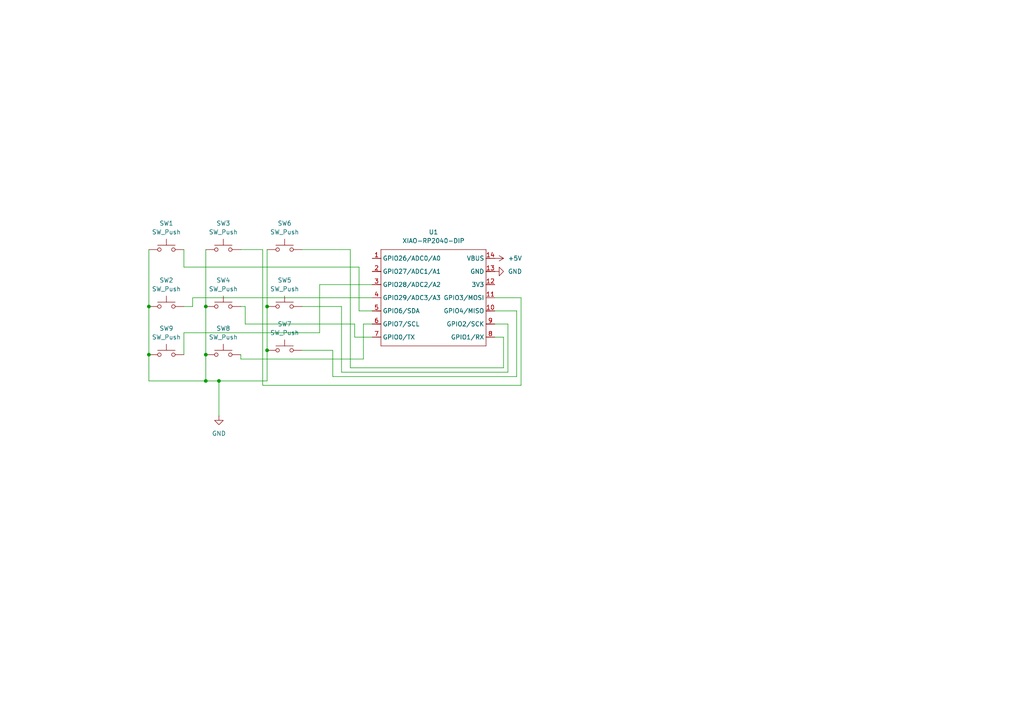
<source format=kicad_sch>
(kicad_sch
	(version 20250114)
	(generator "eeschema")
	(generator_version "9.0")
	(uuid "4659fca5-25ac-47d7-8061-266ddf0faf05")
	(paper "A4")
	(lib_symbols
		(symbol "Seeed_Studio_XIAO_Series:XIAO-RP2040-DIP"
			(exclude_from_sim no)
			(in_bom yes)
			(on_board yes)
			(property "Reference" "U"
				(at 0 0 0)
				(effects
					(font
						(size 1.27 1.27)
					)
				)
			)
			(property "Value" "XIAO-RP2040-DIP"
				(at 5.334 -1.778 0)
				(effects
					(font
						(size 1.27 1.27)
					)
				)
			)
			(property "Footprint" "Module:MOUDLE14P-XIAO-DIP-SMD"
				(at 14.478 -32.258 0)
				(effects
					(font
						(size 1.27 1.27)
					)
					(hide yes)
				)
			)
			(property "Datasheet" ""
				(at 0 0 0)
				(effects
					(font
						(size 1.27 1.27)
					)
					(hide yes)
				)
			)
			(property "Description" ""
				(at 0 0 0)
				(effects
					(font
						(size 1.27 1.27)
					)
					(hide yes)
				)
			)
			(symbol "XIAO-RP2040-DIP_1_0"
				(polyline
					(pts
						(xy -1.27 -2.54) (xy 29.21 -2.54)
					)
					(stroke
						(width 0.1524)
						(type solid)
					)
					(fill
						(type none)
					)
				)
				(polyline
					(pts
						(xy -1.27 -5.08) (xy -2.54 -5.08)
					)
					(stroke
						(width 0.1524)
						(type solid)
					)
					(fill
						(type none)
					)
				)
				(polyline
					(pts
						(xy -1.27 -5.08) (xy -1.27 -2.54)
					)
					(stroke
						(width 0.1524)
						(type solid)
					)
					(fill
						(type none)
					)
				)
				(polyline
					(pts
						(xy -1.27 -8.89) (xy -2.54 -8.89)
					)
					(stroke
						(width 0.1524)
						(type solid)
					)
					(fill
						(type none)
					)
				)
				(polyline
					(pts
						(xy -1.27 -8.89) (xy -1.27 -5.08)
					)
					(stroke
						(width 0.1524)
						(type solid)
					)
					(fill
						(type none)
					)
				)
				(polyline
					(pts
						(xy -1.27 -12.7) (xy -2.54 -12.7)
					)
					(stroke
						(width 0.1524)
						(type solid)
					)
					(fill
						(type none)
					)
				)
				(polyline
					(pts
						(xy -1.27 -12.7) (xy -1.27 -8.89)
					)
					(stroke
						(width 0.1524)
						(type solid)
					)
					(fill
						(type none)
					)
				)
				(polyline
					(pts
						(xy -1.27 -16.51) (xy -2.54 -16.51)
					)
					(stroke
						(width 0.1524)
						(type solid)
					)
					(fill
						(type none)
					)
				)
				(polyline
					(pts
						(xy -1.27 -16.51) (xy -1.27 -12.7)
					)
					(stroke
						(width 0.1524)
						(type solid)
					)
					(fill
						(type none)
					)
				)
				(polyline
					(pts
						(xy -1.27 -20.32) (xy -2.54 -20.32)
					)
					(stroke
						(width 0.1524)
						(type solid)
					)
					(fill
						(type none)
					)
				)
				(polyline
					(pts
						(xy -1.27 -24.13) (xy -2.54 -24.13)
					)
					(stroke
						(width 0.1524)
						(type solid)
					)
					(fill
						(type none)
					)
				)
				(polyline
					(pts
						(xy -1.27 -27.94) (xy -2.54 -27.94)
					)
					(stroke
						(width 0.1524)
						(type solid)
					)
					(fill
						(type none)
					)
				)
				(polyline
					(pts
						(xy -1.27 -30.48) (xy -1.27 -16.51)
					)
					(stroke
						(width 0.1524)
						(type solid)
					)
					(fill
						(type none)
					)
				)
				(polyline
					(pts
						(xy 29.21 -2.54) (xy 29.21 -5.08)
					)
					(stroke
						(width 0.1524)
						(type solid)
					)
					(fill
						(type none)
					)
				)
				(polyline
					(pts
						(xy 29.21 -5.08) (xy 29.21 -8.89)
					)
					(stroke
						(width 0.1524)
						(type solid)
					)
					(fill
						(type none)
					)
				)
				(polyline
					(pts
						(xy 29.21 -8.89) (xy 29.21 -12.7)
					)
					(stroke
						(width 0.1524)
						(type solid)
					)
					(fill
						(type none)
					)
				)
				(polyline
					(pts
						(xy 29.21 -12.7) (xy 29.21 -30.48)
					)
					(stroke
						(width 0.1524)
						(type solid)
					)
					(fill
						(type none)
					)
				)
				(polyline
					(pts
						(xy 29.21 -30.48) (xy -1.27 -30.48)
					)
					(stroke
						(width 0.1524)
						(type solid)
					)
					(fill
						(type none)
					)
				)
				(polyline
					(pts
						(xy 30.48 -5.08) (xy 29.21 -5.08)
					)
					(stroke
						(width 0.1524)
						(type solid)
					)
					(fill
						(type none)
					)
				)
				(polyline
					(pts
						(xy 30.48 -8.89) (xy 29.21 -8.89)
					)
					(stroke
						(width 0.1524)
						(type solid)
					)
					(fill
						(type none)
					)
				)
				(polyline
					(pts
						(xy 30.48 -12.7) (xy 29.21 -12.7)
					)
					(stroke
						(width 0.1524)
						(type solid)
					)
					(fill
						(type none)
					)
				)
				(polyline
					(pts
						(xy 30.48 -16.51) (xy 29.21 -16.51)
					)
					(stroke
						(width 0.1524)
						(type solid)
					)
					(fill
						(type none)
					)
				)
				(polyline
					(pts
						(xy 30.48 -20.32) (xy 29.21 -20.32)
					)
					(stroke
						(width 0.1524)
						(type solid)
					)
					(fill
						(type none)
					)
				)
				(polyline
					(pts
						(xy 30.48 -24.13) (xy 29.21 -24.13)
					)
					(stroke
						(width 0.1524)
						(type solid)
					)
					(fill
						(type none)
					)
				)
				(polyline
					(pts
						(xy 30.48 -27.94) (xy 29.21 -27.94)
					)
					(stroke
						(width 0.1524)
						(type solid)
					)
					(fill
						(type none)
					)
				)
				(pin passive line
					(at -3.81 -5.08 0)
					(length 2.54)
					(name "GPIO26/ADC0/A0"
						(effects
							(font
								(size 1.27 1.27)
							)
						)
					)
					(number "1"
						(effects
							(font
								(size 1.27 1.27)
							)
						)
					)
				)
				(pin passive line
					(at -3.81 -8.89 0)
					(length 2.54)
					(name "GPIO27/ADC1/A1"
						(effects
							(font
								(size 1.27 1.27)
							)
						)
					)
					(number "2"
						(effects
							(font
								(size 1.27 1.27)
							)
						)
					)
				)
				(pin passive line
					(at -3.81 -12.7 0)
					(length 2.54)
					(name "GPIO28/ADC2/A2"
						(effects
							(font
								(size 1.27 1.27)
							)
						)
					)
					(number "3"
						(effects
							(font
								(size 1.27 1.27)
							)
						)
					)
				)
				(pin passive line
					(at -3.81 -16.51 0)
					(length 2.54)
					(name "GPIO29/ADC3/A3"
						(effects
							(font
								(size 1.27 1.27)
							)
						)
					)
					(number "4"
						(effects
							(font
								(size 1.27 1.27)
							)
						)
					)
				)
				(pin passive line
					(at -3.81 -20.32 0)
					(length 2.54)
					(name "GPIO6/SDA"
						(effects
							(font
								(size 1.27 1.27)
							)
						)
					)
					(number "5"
						(effects
							(font
								(size 1.27 1.27)
							)
						)
					)
				)
				(pin passive line
					(at -3.81 -24.13 0)
					(length 2.54)
					(name "GPIO7/SCL"
						(effects
							(font
								(size 1.27 1.27)
							)
						)
					)
					(number "6"
						(effects
							(font
								(size 1.27 1.27)
							)
						)
					)
				)
				(pin passive line
					(at -3.81 -27.94 0)
					(length 2.54)
					(name "GPIO0/TX"
						(effects
							(font
								(size 1.27 1.27)
							)
						)
					)
					(number "7"
						(effects
							(font
								(size 1.27 1.27)
							)
						)
					)
				)
				(pin passive line
					(at 31.75 -5.08 180)
					(length 2.54)
					(name "VBUS"
						(effects
							(font
								(size 1.27 1.27)
							)
						)
					)
					(number "14"
						(effects
							(font
								(size 1.27 1.27)
							)
						)
					)
				)
				(pin passive line
					(at 31.75 -8.89 180)
					(length 2.54)
					(name "GND"
						(effects
							(font
								(size 1.27 1.27)
							)
						)
					)
					(number "13"
						(effects
							(font
								(size 1.27 1.27)
							)
						)
					)
				)
				(pin passive line
					(at 31.75 -12.7 180)
					(length 2.54)
					(name "3V3"
						(effects
							(font
								(size 1.27 1.27)
							)
						)
					)
					(number "12"
						(effects
							(font
								(size 1.27 1.27)
							)
						)
					)
				)
				(pin passive line
					(at 31.75 -16.51 180)
					(length 2.54)
					(name "GPIO3/MOSI"
						(effects
							(font
								(size 1.27 1.27)
							)
						)
					)
					(number "11"
						(effects
							(font
								(size 1.27 1.27)
							)
						)
					)
				)
				(pin passive line
					(at 31.75 -20.32 180)
					(length 2.54)
					(name "GPIO4/MISO"
						(effects
							(font
								(size 1.27 1.27)
							)
						)
					)
					(number "10"
						(effects
							(font
								(size 1.27 1.27)
							)
						)
					)
				)
				(pin passive line
					(at 31.75 -24.13 180)
					(length 2.54)
					(name "GPIO2/SCK"
						(effects
							(font
								(size 1.27 1.27)
							)
						)
					)
					(number "9"
						(effects
							(font
								(size 1.27 1.27)
							)
						)
					)
				)
				(pin passive line
					(at 31.75 -27.94 180)
					(length 2.54)
					(name "GPIO1/RX"
						(effects
							(font
								(size 1.27 1.27)
							)
						)
					)
					(number "8"
						(effects
							(font
								(size 1.27 1.27)
							)
						)
					)
				)
			)
			(embedded_fonts no)
		)
		(symbol "Switch:SW_Push"
			(pin_numbers
				(hide yes)
			)
			(pin_names
				(offset 1.016)
				(hide yes)
			)
			(exclude_from_sim no)
			(in_bom yes)
			(on_board yes)
			(property "Reference" "SW"
				(at 1.27 2.54 0)
				(effects
					(font
						(size 1.27 1.27)
					)
					(justify left)
				)
			)
			(property "Value" "SW_Push"
				(at 0 -1.524 0)
				(effects
					(font
						(size 1.27 1.27)
					)
				)
			)
			(property "Footprint" ""
				(at 0 5.08 0)
				(effects
					(font
						(size 1.27 1.27)
					)
					(hide yes)
				)
			)
			(property "Datasheet" "~"
				(at 0 5.08 0)
				(effects
					(font
						(size 1.27 1.27)
					)
					(hide yes)
				)
			)
			(property "Description" "Push button switch, generic, two pins"
				(at 0 0 0)
				(effects
					(font
						(size 1.27 1.27)
					)
					(hide yes)
				)
			)
			(property "ki_keywords" "switch normally-open pushbutton push-button"
				(at 0 0 0)
				(effects
					(font
						(size 1.27 1.27)
					)
					(hide yes)
				)
			)
			(symbol "SW_Push_0_1"
				(circle
					(center -2.032 0)
					(radius 0.508)
					(stroke
						(width 0)
						(type default)
					)
					(fill
						(type none)
					)
				)
				(polyline
					(pts
						(xy 0 1.27) (xy 0 3.048)
					)
					(stroke
						(width 0)
						(type default)
					)
					(fill
						(type none)
					)
				)
				(circle
					(center 2.032 0)
					(radius 0.508)
					(stroke
						(width 0)
						(type default)
					)
					(fill
						(type none)
					)
				)
				(polyline
					(pts
						(xy 2.54 1.27) (xy -2.54 1.27)
					)
					(stroke
						(width 0)
						(type default)
					)
					(fill
						(type none)
					)
				)
				(pin passive line
					(at -5.08 0 0)
					(length 2.54)
					(name "1"
						(effects
							(font
								(size 1.27 1.27)
							)
						)
					)
					(number "1"
						(effects
							(font
								(size 1.27 1.27)
							)
						)
					)
				)
				(pin passive line
					(at 5.08 0 180)
					(length 2.54)
					(name "2"
						(effects
							(font
								(size 1.27 1.27)
							)
						)
					)
					(number "2"
						(effects
							(font
								(size 1.27 1.27)
							)
						)
					)
				)
			)
			(embedded_fonts no)
		)
		(symbol "power:+5V"
			(power)
			(pin_numbers
				(hide yes)
			)
			(pin_names
				(offset 0)
				(hide yes)
			)
			(exclude_from_sim no)
			(in_bom yes)
			(on_board yes)
			(property "Reference" "#PWR"
				(at 0 -3.81 0)
				(effects
					(font
						(size 1.27 1.27)
					)
					(hide yes)
				)
			)
			(property "Value" "+5V"
				(at 0 3.556 0)
				(effects
					(font
						(size 1.27 1.27)
					)
				)
			)
			(property "Footprint" ""
				(at 0 0 0)
				(effects
					(font
						(size 1.27 1.27)
					)
					(hide yes)
				)
			)
			(property "Datasheet" ""
				(at 0 0 0)
				(effects
					(font
						(size 1.27 1.27)
					)
					(hide yes)
				)
			)
			(property "Description" "Power symbol creates a global label with name \"+5V\""
				(at 0 0 0)
				(effects
					(font
						(size 1.27 1.27)
					)
					(hide yes)
				)
			)
			(property "ki_keywords" "global power"
				(at 0 0 0)
				(effects
					(font
						(size 1.27 1.27)
					)
					(hide yes)
				)
			)
			(symbol "+5V_0_1"
				(polyline
					(pts
						(xy -0.762 1.27) (xy 0 2.54)
					)
					(stroke
						(width 0)
						(type default)
					)
					(fill
						(type none)
					)
				)
				(polyline
					(pts
						(xy 0 2.54) (xy 0.762 1.27)
					)
					(stroke
						(width 0)
						(type default)
					)
					(fill
						(type none)
					)
				)
				(polyline
					(pts
						(xy 0 0) (xy 0 2.54)
					)
					(stroke
						(width 0)
						(type default)
					)
					(fill
						(type none)
					)
				)
			)
			(symbol "+5V_1_1"
				(pin power_in line
					(at 0 0 90)
					(length 0)
					(name "~"
						(effects
							(font
								(size 1.27 1.27)
							)
						)
					)
					(number "1"
						(effects
							(font
								(size 1.27 1.27)
							)
						)
					)
				)
			)
			(embedded_fonts no)
		)
		(symbol "power:GND"
			(power)
			(pin_numbers
				(hide yes)
			)
			(pin_names
				(offset 0)
				(hide yes)
			)
			(exclude_from_sim no)
			(in_bom yes)
			(on_board yes)
			(property "Reference" "#PWR"
				(at 0 -6.35 0)
				(effects
					(font
						(size 1.27 1.27)
					)
					(hide yes)
				)
			)
			(property "Value" "GND"
				(at 0 -3.81 0)
				(effects
					(font
						(size 1.27 1.27)
					)
				)
			)
			(property "Footprint" ""
				(at 0 0 0)
				(effects
					(font
						(size 1.27 1.27)
					)
					(hide yes)
				)
			)
			(property "Datasheet" ""
				(at 0 0 0)
				(effects
					(font
						(size 1.27 1.27)
					)
					(hide yes)
				)
			)
			(property "Description" "Power symbol creates a global label with name \"GND\" , ground"
				(at 0 0 0)
				(effects
					(font
						(size 1.27 1.27)
					)
					(hide yes)
				)
			)
			(property "ki_keywords" "global power"
				(at 0 0 0)
				(effects
					(font
						(size 1.27 1.27)
					)
					(hide yes)
				)
			)
			(symbol "GND_0_1"
				(polyline
					(pts
						(xy 0 0) (xy 0 -1.27) (xy 1.27 -1.27) (xy 0 -2.54) (xy -1.27 -1.27) (xy 0 -1.27)
					)
					(stroke
						(width 0)
						(type default)
					)
					(fill
						(type none)
					)
				)
			)
			(symbol "GND_1_1"
				(pin power_in line
					(at 0 0 270)
					(length 0)
					(name "~"
						(effects
							(font
								(size 1.27 1.27)
							)
						)
					)
					(number "1"
						(effects
							(font
								(size 1.27 1.27)
							)
						)
					)
				)
			)
			(embedded_fonts no)
		)
	)
	(junction
		(at 77.47 101.6)
		(diameter 0)
		(color 0 0 0 0)
		(uuid "1640d268-2e77-48f1-9618-5f3ee20a62f7")
	)
	(junction
		(at 63.5 110.49)
		(diameter 0)
		(color 0 0 0 0)
		(uuid "2b14e2a8-50ce-4f14-8161-9e83d18778f6")
	)
	(junction
		(at 59.69 110.49)
		(diameter 0)
		(color 0 0 0 0)
		(uuid "7557320f-7e7e-4e23-b60f-0d1bbef45203")
	)
	(junction
		(at 77.47 88.9)
		(diameter 0)
		(color 0 0 0 0)
		(uuid "7f879147-659e-4956-8831-ca3b5d46b31c")
	)
	(junction
		(at 59.69 88.9)
		(diameter 0)
		(color 0 0 0 0)
		(uuid "a5d6a4b8-38a8-49e2-baa4-a83695bfb8ff")
	)
	(junction
		(at 59.69 102.87)
		(diameter 0)
		(color 0 0 0 0)
		(uuid "b526b61e-1354-44b5-8ae8-e76fc8f89a24")
	)
	(junction
		(at 43.18 88.9)
		(diameter 0)
		(color 0 0 0 0)
		(uuid "ce408f76-dc45-4cb6-a22c-4ec4a843264d")
	)
	(junction
		(at 43.18 102.87)
		(diameter 0)
		(color 0 0 0 0)
		(uuid "f0a12880-5428-4439-b237-b4e5d7df0a17")
	)
	(wire
		(pts
			(xy 146.05 106.68) (xy 146.05 97.79)
		)
		(stroke
			(width 0)
			(type default)
		)
		(uuid "015b4718-f74d-4ca0-b066-2e36d9b766db")
	)
	(wire
		(pts
			(xy 102.87 93.98) (xy 102.87 97.79)
		)
		(stroke
			(width 0)
			(type default)
		)
		(uuid "0672f4b0-5c1b-43c3-862b-17d9b58580cf")
	)
	(wire
		(pts
			(xy 92.71 96.52) (xy 92.71 82.55)
		)
		(stroke
			(width 0)
			(type default)
		)
		(uuid "0804f929-37be-4166-ad0e-7c846564e942")
	)
	(wire
		(pts
			(xy 87.63 72.39) (xy 101.6 72.39)
		)
		(stroke
			(width 0)
			(type default)
		)
		(uuid "14ff517e-27ab-472a-b64f-397b85887697")
	)
	(wire
		(pts
			(xy 63.5 110.49) (xy 77.47 110.49)
		)
		(stroke
			(width 0)
			(type default)
		)
		(uuid "17c611cd-bbca-4b61-b149-ef5eef01fca2")
	)
	(wire
		(pts
			(xy 104.14 77.47) (xy 104.14 90.17)
		)
		(stroke
			(width 0)
			(type default)
		)
		(uuid "1d5baa22-eac5-4d21-a796-4f34a70c728b")
	)
	(wire
		(pts
			(xy 76.2 111.76) (xy 151.13 111.76)
		)
		(stroke
			(width 0)
			(type default)
		)
		(uuid "1dddf9bb-cb69-4088-b609-1ff220ff1c3b")
	)
	(wire
		(pts
			(xy 102.87 97.79) (xy 107.95 97.79)
		)
		(stroke
			(width 0)
			(type default)
		)
		(uuid "20fbbe2f-d1c9-4f05-bc22-e986538ca5ec")
	)
	(wire
		(pts
			(xy 43.18 110.49) (xy 43.18 102.87)
		)
		(stroke
			(width 0)
			(type default)
		)
		(uuid "2203885f-d79f-4c9a-bbbc-75f524576a99")
	)
	(wire
		(pts
			(xy 53.34 77.47) (xy 104.14 77.47)
		)
		(stroke
			(width 0)
			(type default)
		)
		(uuid "23693e2a-0e2e-4e7f-ad09-91ab3bf97e2d")
	)
	(wire
		(pts
			(xy 59.69 102.87) (xy 59.69 110.49)
		)
		(stroke
			(width 0)
			(type default)
		)
		(uuid "245e0ad4-e908-4a8b-83ef-5a135f33504f")
	)
	(wire
		(pts
			(xy 53.34 88.9) (xy 55.88 88.9)
		)
		(stroke
			(width 0)
			(type default)
		)
		(uuid "2e026034-7535-4659-a9ca-306ef8a05ad5")
	)
	(wire
		(pts
			(xy 69.85 88.9) (xy 71.12 88.9)
		)
		(stroke
			(width 0)
			(type default)
		)
		(uuid "2e0dac1d-4627-4e5f-bed4-84576df1c843")
	)
	(wire
		(pts
			(xy 43.18 88.9) (xy 43.18 72.39)
		)
		(stroke
			(width 0)
			(type default)
		)
		(uuid "35205769-aac2-4607-a7d1-df448347a096")
	)
	(wire
		(pts
			(xy 69.85 104.14) (xy 105.41 104.14)
		)
		(stroke
			(width 0)
			(type default)
		)
		(uuid "3dcba849-b72c-4477-bbda-f81cdeb1382d")
	)
	(wire
		(pts
			(xy 69.85 102.87) (xy 69.85 104.14)
		)
		(stroke
			(width 0)
			(type default)
		)
		(uuid "43c8b18c-e4d2-4156-a4e2-a4c3c64bec52")
	)
	(wire
		(pts
			(xy 43.18 102.87) (xy 43.18 88.9)
		)
		(stroke
			(width 0)
			(type default)
		)
		(uuid "474341bb-ee62-4560-a7b1-0a7465c069c5")
	)
	(wire
		(pts
			(xy 92.71 82.55) (xy 107.95 82.55)
		)
		(stroke
			(width 0)
			(type default)
		)
		(uuid "4797cc70-a54e-4c8f-91af-8552d6478134")
	)
	(wire
		(pts
			(xy 99.06 107.95) (xy 147.32 107.95)
		)
		(stroke
			(width 0)
			(type default)
		)
		(uuid "4b73995a-73be-42b8-bc8e-495fce297ba5")
	)
	(wire
		(pts
			(xy 55.88 86.36) (xy 107.95 86.36)
		)
		(stroke
			(width 0)
			(type default)
		)
		(uuid "547f83fc-993f-4251-97fb-bf2a1d80c81c")
	)
	(wire
		(pts
			(xy 59.69 88.9) (xy 59.69 102.87)
		)
		(stroke
			(width 0)
			(type default)
		)
		(uuid "566a8a77-a3af-4fb2-9c3b-f60d35f4fc7e")
	)
	(wire
		(pts
			(xy 146.05 97.79) (xy 143.51 97.79)
		)
		(stroke
			(width 0)
			(type default)
		)
		(uuid "58f51565-f52c-4990-a700-2c64ca306c08")
	)
	(wire
		(pts
			(xy 53.34 96.52) (xy 92.71 96.52)
		)
		(stroke
			(width 0)
			(type default)
		)
		(uuid "5cae206a-2d93-465c-842e-7ed554237456")
	)
	(wire
		(pts
			(xy 104.14 90.17) (xy 107.95 90.17)
		)
		(stroke
			(width 0)
			(type default)
		)
		(uuid "5ee18f16-630b-4cde-be6a-b8f21367ecca")
	)
	(wire
		(pts
			(xy 59.69 110.49) (xy 43.18 110.49)
		)
		(stroke
			(width 0)
			(type default)
		)
		(uuid "5f8ebdcb-b5d3-4032-8330-93e199953734")
	)
	(wire
		(pts
			(xy 151.13 86.36) (xy 143.51 86.36)
		)
		(stroke
			(width 0)
			(type default)
		)
		(uuid "5fdf50f7-f3f2-4c84-be96-cb8431d82687")
	)
	(wire
		(pts
			(xy 151.13 111.76) (xy 151.13 86.36)
		)
		(stroke
			(width 0)
			(type default)
		)
		(uuid "66835abe-c70f-401f-86b9-990ead4b27cf")
	)
	(wire
		(pts
			(xy 76.2 72.39) (xy 76.2 111.76)
		)
		(stroke
			(width 0)
			(type default)
		)
		(uuid "6c3424a4-a43e-4a63-bd74-c786f725c92c")
	)
	(wire
		(pts
			(xy 71.12 88.9) (xy 71.12 93.98)
		)
		(stroke
			(width 0)
			(type default)
		)
		(uuid "7409d080-57d2-469f-9526-c82a88fd4b49")
	)
	(wire
		(pts
			(xy 101.6 72.39) (xy 101.6 106.68)
		)
		(stroke
			(width 0)
			(type default)
		)
		(uuid "7cf0efc8-8630-4f9f-80e8-da1a5a068de2")
	)
	(wire
		(pts
			(xy 77.47 110.49) (xy 77.47 101.6)
		)
		(stroke
			(width 0)
			(type default)
		)
		(uuid "8bedc45c-10e7-423b-a11f-b6c87b735a59")
	)
	(wire
		(pts
			(xy 55.88 88.9) (xy 55.88 86.36)
		)
		(stroke
			(width 0)
			(type default)
		)
		(uuid "8d42ebd9-c690-4b00-8192-a047b7e2bdc2")
	)
	(wire
		(pts
			(xy 147.32 93.98) (xy 143.51 93.98)
		)
		(stroke
			(width 0)
			(type default)
		)
		(uuid "9564c89b-c881-4465-84c4-ff8f194efb8b")
	)
	(wire
		(pts
			(xy 87.63 88.9) (xy 99.06 88.9)
		)
		(stroke
			(width 0)
			(type default)
		)
		(uuid "9713ed8d-0c65-4f1b-83d2-37d38796f08c")
	)
	(wire
		(pts
			(xy 77.47 88.9) (xy 77.47 72.39)
		)
		(stroke
			(width 0)
			(type default)
		)
		(uuid "97a3f593-d6a7-4620-b283-ac0658711b23")
	)
	(wire
		(pts
			(xy 69.85 72.39) (xy 76.2 72.39)
		)
		(stroke
			(width 0)
			(type default)
		)
		(uuid "9aa67661-109b-4c9b-94bd-408b9a10bf01")
	)
	(wire
		(pts
			(xy 149.86 90.17) (xy 149.86 109.22)
		)
		(stroke
			(width 0)
			(type default)
		)
		(uuid "aa3af1dd-e8a6-4f00-8c72-9ca6621e3f6b")
	)
	(wire
		(pts
			(xy 105.41 104.14) (xy 105.41 93.98)
		)
		(stroke
			(width 0)
			(type default)
		)
		(uuid "abc68e6d-c988-481d-9c87-81fa296d7e18")
	)
	(wire
		(pts
			(xy 101.6 106.68) (xy 146.05 106.68)
		)
		(stroke
			(width 0)
			(type default)
		)
		(uuid "b2191131-10cb-4a0e-898b-3a66142a15de")
	)
	(wire
		(pts
			(xy 143.51 90.17) (xy 149.86 90.17)
		)
		(stroke
			(width 0)
			(type default)
		)
		(uuid "bc67e52e-dbcb-406e-9f09-0feb52648fae")
	)
	(wire
		(pts
			(xy 71.12 93.98) (xy 102.87 93.98)
		)
		(stroke
			(width 0)
			(type default)
		)
		(uuid "c0780e74-fadb-4965-8170-e59691dd0a67")
	)
	(wire
		(pts
			(xy 99.06 88.9) (xy 99.06 107.95)
		)
		(stroke
			(width 0)
			(type default)
		)
		(uuid "c0fd9769-d7e5-42e6-9001-f98d53620ebd")
	)
	(wire
		(pts
			(xy 63.5 110.49) (xy 59.69 110.49)
		)
		(stroke
			(width 0)
			(type default)
		)
		(uuid "cca44a45-46d3-41c9-840e-2689957eefcc")
	)
	(wire
		(pts
			(xy 96.52 109.22) (xy 96.52 101.6)
		)
		(stroke
			(width 0)
			(type default)
		)
		(uuid "db0c3f7a-d3d8-49f4-ba23-a41876358192")
	)
	(wire
		(pts
			(xy 105.41 93.98) (xy 107.95 93.98)
		)
		(stroke
			(width 0)
			(type default)
		)
		(uuid "e50d1cd7-d25d-4919-85ef-4132d8b65ebf")
	)
	(wire
		(pts
			(xy 149.86 109.22) (xy 96.52 109.22)
		)
		(stroke
			(width 0)
			(type default)
		)
		(uuid "e56a0366-e926-4e7d-8b14-c0d11371a3e3")
	)
	(wire
		(pts
			(xy 53.34 102.87) (xy 53.34 96.52)
		)
		(stroke
			(width 0)
			(type default)
		)
		(uuid "e9c80425-b4d8-4b75-a68b-5b756d8da51b")
	)
	(wire
		(pts
			(xy 63.5 120.65) (xy 63.5 110.49)
		)
		(stroke
			(width 0)
			(type default)
		)
		(uuid "e9ccb2a4-db04-46f6-87b8-74dff9bcac1e")
	)
	(wire
		(pts
			(xy 77.47 101.6) (xy 77.47 88.9)
		)
		(stroke
			(width 0)
			(type default)
		)
		(uuid "ee066247-6fe8-4b92-acbd-4f6e985cea7e")
	)
	(wire
		(pts
			(xy 147.32 107.95) (xy 147.32 93.98)
		)
		(stroke
			(width 0)
			(type default)
		)
		(uuid "ee6b809c-785e-44be-9bf5-1897257bbde7")
	)
	(wire
		(pts
			(xy 53.34 72.39) (xy 53.34 77.47)
		)
		(stroke
			(width 0)
			(type default)
		)
		(uuid "eeb4b50d-d4a2-4f76-8da1-0eaf6de156e2")
	)
	(wire
		(pts
			(xy 87.63 101.6) (xy 96.52 101.6)
		)
		(stroke
			(width 0)
			(type default)
		)
		(uuid "f99aef32-a278-411f-bea1-f44bc57a83a3")
	)
	(wire
		(pts
			(xy 59.69 72.39) (xy 59.69 88.9)
		)
		(stroke
			(width 0)
			(type default)
		)
		(uuid "fe962316-f609-40c6-9763-c662547e8992")
	)
	(symbol
		(lib_id "power:+5V")
		(at 143.51 74.93 270)
		(unit 1)
		(exclude_from_sim no)
		(in_bom yes)
		(on_board yes)
		(dnp no)
		(fields_autoplaced yes)
		(uuid "1c0a7499-b4a0-4f8b-a1d9-4a29b9818dae")
		(property "Reference" "#PWR01"
			(at 139.7 74.93 0)
			(effects
				(font
					(size 1.27 1.27)
				)
				(hide yes)
			)
		)
		(property "Value" "+5V"
			(at 147.32 74.9299 90)
			(effects
				(font
					(size 1.27 1.27)
				)
				(justify left)
			)
		)
		(property "Footprint" ""
			(at 143.51 74.93 0)
			(effects
				(font
					(size 1.27 1.27)
				)
				(hide yes)
			)
		)
		(property "Datasheet" ""
			(at 143.51 74.93 0)
			(effects
				(font
					(size 1.27 1.27)
				)
				(hide yes)
			)
		)
		(property "Description" "Power symbol creates a global label with name \"+5V\""
			(at 143.51 74.93 0)
			(effects
				(font
					(size 1.27 1.27)
				)
				(hide yes)
			)
		)
		(pin "1"
			(uuid "3ab5030b-dcda-419e-b3de-751bc9055cab")
		)
		(instances
			(project ""
				(path "/4659fca5-25ac-47d7-8061-266ddf0faf05"
					(reference "#PWR01")
					(unit 1)
				)
			)
		)
	)
	(symbol
		(lib_id "Switch:SW_Push")
		(at 82.55 72.39 0)
		(unit 1)
		(exclude_from_sim no)
		(in_bom yes)
		(on_board yes)
		(dnp no)
		(fields_autoplaced yes)
		(uuid "37e68deb-02b2-40e9-b4d2-404bbd5bcd27")
		(property "Reference" "SW6"
			(at 82.55 64.77 0)
			(effects
				(font
					(size 1.27 1.27)
				)
			)
		)
		(property "Value" "SW_Push"
			(at 82.55 67.31 0)
			(effects
				(font
					(size 1.27 1.27)
				)
			)
		)
		(property "Footprint" "Button_Switch_Keyboard:SW_Cherry_MX_1.00u_PCB"
			(at 82.55 67.31 0)
			(effects
				(font
					(size 1.27 1.27)
				)
				(hide yes)
			)
		)
		(property "Datasheet" "~"
			(at 82.55 67.31 0)
			(effects
				(font
					(size 1.27 1.27)
				)
				(hide yes)
			)
		)
		(property "Description" "Push button switch, generic, two pins"
			(at 82.55 72.39 0)
			(effects
				(font
					(size 1.27 1.27)
				)
				(hide yes)
			)
		)
		(pin "1"
			(uuid "b4acf017-9e9a-4b1f-8245-5c04e3b651aa")
		)
		(pin "2"
			(uuid "815c632f-7099-4d4b-867b-130ac107429f")
		)
		(instances
			(project ""
				(path "/4659fca5-25ac-47d7-8061-266ddf0faf05"
					(reference "SW6")
					(unit 1)
				)
			)
		)
	)
	(symbol
		(lib_id "power:GND")
		(at 63.5 120.65 0)
		(unit 1)
		(exclude_from_sim no)
		(in_bom yes)
		(on_board yes)
		(dnp no)
		(fields_autoplaced yes)
		(uuid "67cfdf5c-512c-42e5-9eff-87b16b591072")
		(property "Reference" "#PWR03"
			(at 63.5 127 0)
			(effects
				(font
					(size 1.27 1.27)
				)
				(hide yes)
			)
		)
		(property "Value" "GND"
			(at 63.5 125.73 0)
			(effects
				(font
					(size 1.27 1.27)
				)
			)
		)
		(property "Footprint" ""
			(at 63.5 120.65 0)
			(effects
				(font
					(size 1.27 1.27)
				)
				(hide yes)
			)
		)
		(property "Datasheet" ""
			(at 63.5 120.65 0)
			(effects
				(font
					(size 1.27 1.27)
				)
				(hide yes)
			)
		)
		(property "Description" "Power symbol creates a global label with name \"GND\" , ground"
			(at 63.5 120.65 0)
			(effects
				(font
					(size 1.27 1.27)
				)
				(hide yes)
			)
		)
		(pin "1"
			(uuid "ff074c46-b01a-4217-aa12-61ca2f8dea20")
		)
		(instances
			(project ""
				(path "/4659fca5-25ac-47d7-8061-266ddf0faf05"
					(reference "#PWR03")
					(unit 1)
				)
			)
		)
	)
	(symbol
		(lib_id "Switch:SW_Push")
		(at 48.26 102.87 0)
		(unit 1)
		(exclude_from_sim no)
		(in_bom yes)
		(on_board yes)
		(dnp no)
		(fields_autoplaced yes)
		(uuid "9cef1013-beef-459a-af47-1af9f69c390d")
		(property "Reference" "SW9"
			(at 48.26 95.25 0)
			(effects
				(font
					(size 1.27 1.27)
				)
			)
		)
		(property "Value" "SW_Push"
			(at 48.26 97.79 0)
			(effects
				(font
					(size 1.27 1.27)
				)
			)
		)
		(property "Footprint" "Button_Switch_Keyboard:SW_Cherry_MX_1.00u_PCB"
			(at 48.26 97.79 0)
			(effects
				(font
					(size 1.27 1.27)
				)
				(hide yes)
			)
		)
		(property "Datasheet" "~"
			(at 48.26 97.79 0)
			(effects
				(font
					(size 1.27 1.27)
				)
				(hide yes)
			)
		)
		(property "Description" "Push button switch, generic, two pins"
			(at 48.26 102.87 0)
			(effects
				(font
					(size 1.27 1.27)
				)
				(hide yes)
			)
		)
		(pin "1"
			(uuid "b4acf017-9e9a-4b1f-8245-5c04e3b651aa")
		)
		(pin "2"
			(uuid "815c632f-7099-4d4b-867b-130ac107429f")
		)
		(instances
			(project ""
				(path "/4659fca5-25ac-47d7-8061-266ddf0faf05"
					(reference "SW9")
					(unit 1)
				)
			)
		)
	)
	(symbol
		(lib_id "Switch:SW_Push")
		(at 48.26 88.9 0)
		(unit 1)
		(exclude_from_sim no)
		(in_bom yes)
		(on_board yes)
		(dnp no)
		(fields_autoplaced yes)
		(uuid "a1c4cdfb-757c-4774-966f-103c44061629")
		(property "Reference" "SW2"
			(at 48.26 81.28 0)
			(effects
				(font
					(size 1.27 1.27)
				)
			)
		)
		(property "Value" "SW_Push"
			(at 48.26 83.82 0)
			(effects
				(font
					(size 1.27 1.27)
				)
			)
		)
		(property "Footprint" "Button_Switch_Keyboard:SW_Cherry_MX_1.00u_PCB"
			(at 48.26 83.82 0)
			(effects
				(font
					(size 1.27 1.27)
				)
				(hide yes)
			)
		)
		(property "Datasheet" "~"
			(at 48.26 83.82 0)
			(effects
				(font
					(size 1.27 1.27)
				)
				(hide yes)
			)
		)
		(property "Description" "Push button switch, generic, two pins"
			(at 48.26 88.9 0)
			(effects
				(font
					(size 1.27 1.27)
				)
				(hide yes)
			)
		)
		(pin "1"
			(uuid "b4acf017-9e9a-4b1f-8245-5c04e3b651aa")
		)
		(pin "2"
			(uuid "815c632f-7099-4d4b-867b-130ac107429f")
		)
		(instances
			(project ""
				(path "/4659fca5-25ac-47d7-8061-266ddf0faf05"
					(reference "SW2")
					(unit 1)
				)
			)
		)
	)
	(symbol
		(lib_id "Switch:SW_Push")
		(at 48.26 72.39 0)
		(unit 1)
		(exclude_from_sim no)
		(in_bom yes)
		(on_board yes)
		(dnp no)
		(fields_autoplaced yes)
		(uuid "b54dcf60-8726-4788-a105-82770d2dd4fc")
		(property "Reference" "SW1"
			(at 48.26 64.77 0)
			(effects
				(font
					(size 1.27 1.27)
				)
			)
		)
		(property "Value" "SW_Push"
			(at 48.26 67.31 0)
			(effects
				(font
					(size 1.27 1.27)
				)
			)
		)
		(property "Footprint" "Button_Switch_Keyboard:SW_Cherry_MX_1.00u_PCB"
			(at 48.26 67.31 0)
			(effects
				(font
					(size 1.27 1.27)
				)
				(hide yes)
			)
		)
		(property "Datasheet" "~"
			(at 48.26 67.31 0)
			(effects
				(font
					(size 1.27 1.27)
				)
				(hide yes)
			)
		)
		(property "Description" "Push button switch, generic, two pins"
			(at 48.26 72.39 0)
			(effects
				(font
					(size 1.27 1.27)
				)
				(hide yes)
			)
		)
		(pin "1"
			(uuid "b4acf017-9e9a-4b1f-8245-5c04e3b651aa")
		)
		(pin "2"
			(uuid "815c632f-7099-4d4b-867b-130ac107429f")
		)
		(instances
			(project ""
				(path "/4659fca5-25ac-47d7-8061-266ddf0faf05"
					(reference "SW1")
					(unit 1)
				)
			)
		)
	)
	(symbol
		(lib_id "Switch:SW_Push")
		(at 64.77 88.9 0)
		(unit 1)
		(exclude_from_sim no)
		(in_bom yes)
		(on_board yes)
		(dnp no)
		(fields_autoplaced yes)
		(uuid "bb96a3bd-ef5b-4345-aca8-35f0a6f9a026")
		(property "Reference" "SW4"
			(at 64.77 81.28 0)
			(effects
				(font
					(size 1.27 1.27)
				)
			)
		)
		(property "Value" "SW_Push"
			(at 64.77 83.82 0)
			(effects
				(font
					(size 1.27 1.27)
				)
			)
		)
		(property "Footprint" "Button_Switch_Keyboard:SW_Cherry_MX_1.00u_PCB"
			(at 64.77 83.82 0)
			(effects
				(font
					(size 1.27 1.27)
				)
				(hide yes)
			)
		)
		(property "Datasheet" "~"
			(at 64.77 83.82 0)
			(effects
				(font
					(size 1.27 1.27)
				)
				(hide yes)
			)
		)
		(property "Description" "Push button switch, generic, two pins"
			(at 64.77 88.9 0)
			(effects
				(font
					(size 1.27 1.27)
				)
				(hide yes)
			)
		)
		(pin "1"
			(uuid "b4acf017-9e9a-4b1f-8245-5c04e3b651aa")
		)
		(pin "2"
			(uuid "815c632f-7099-4d4b-867b-130ac107429f")
		)
		(instances
			(project ""
				(path "/4659fca5-25ac-47d7-8061-266ddf0faf05"
					(reference "SW4")
					(unit 1)
				)
			)
		)
	)
	(symbol
		(lib_id "Switch:SW_Push")
		(at 64.77 72.39 0)
		(unit 1)
		(exclude_from_sim no)
		(in_bom yes)
		(on_board yes)
		(dnp no)
		(fields_autoplaced yes)
		(uuid "c6ae626f-4763-4ef0-8e06-1ae5118c79ba")
		(property "Reference" "SW3"
			(at 64.77 64.77 0)
			(effects
				(font
					(size 1.27 1.27)
				)
			)
		)
		(property "Value" "SW_Push"
			(at 64.77 67.31 0)
			(effects
				(font
					(size 1.27 1.27)
				)
			)
		)
		(property "Footprint" "Button_Switch_Keyboard:SW_Cherry_MX_1.00u_PCB"
			(at 64.77 67.31 0)
			(effects
				(font
					(size 1.27 1.27)
				)
				(hide yes)
			)
		)
		(property "Datasheet" "~"
			(at 64.77 67.31 0)
			(effects
				(font
					(size 1.27 1.27)
				)
				(hide yes)
			)
		)
		(property "Description" "Push button switch, generic, two pins"
			(at 64.77 72.39 0)
			(effects
				(font
					(size 1.27 1.27)
				)
				(hide yes)
			)
		)
		(pin "1"
			(uuid "b4acf017-9e9a-4b1f-8245-5c04e3b651aa")
		)
		(pin "2"
			(uuid "815c632f-7099-4d4b-867b-130ac107429f")
		)
		(instances
			(project ""
				(path "/4659fca5-25ac-47d7-8061-266ddf0faf05"
					(reference "SW3")
					(unit 1)
				)
			)
		)
	)
	(symbol
		(lib_id "Switch:SW_Push")
		(at 82.55 101.6 0)
		(unit 1)
		(exclude_from_sim no)
		(in_bom yes)
		(on_board yes)
		(dnp no)
		(fields_autoplaced yes)
		(uuid "c755849d-06bc-4109-84d5-883edfa89f68")
		(property "Reference" "SW7"
			(at 82.55 93.98 0)
			(effects
				(font
					(size 1.27 1.27)
				)
			)
		)
		(property "Value" "SW_Push"
			(at 82.55 96.52 0)
			(effects
				(font
					(size 1.27 1.27)
				)
			)
		)
		(property "Footprint" "Button_Switch_Keyboard:SW_Cherry_MX_1.00u_PCB"
			(at 82.55 96.52 0)
			(effects
				(font
					(size 1.27 1.27)
				)
				(hide yes)
			)
		)
		(property "Datasheet" "~"
			(at 82.55 96.52 0)
			(effects
				(font
					(size 1.27 1.27)
				)
				(hide yes)
			)
		)
		(property "Description" "Push button switch, generic, two pins"
			(at 82.55 101.6 0)
			(effects
				(font
					(size 1.27 1.27)
				)
				(hide yes)
			)
		)
		(pin "1"
			(uuid "b4acf017-9e9a-4b1f-8245-5c04e3b651aa")
		)
		(pin "2"
			(uuid "815c632f-7099-4d4b-867b-130ac107429f")
		)
		(instances
			(project ""
				(path "/4659fca5-25ac-47d7-8061-266ddf0faf05"
					(reference "SW7")
					(unit 1)
				)
			)
		)
	)
	(symbol
		(lib_id "Switch:SW_Push")
		(at 64.77 102.87 0)
		(unit 1)
		(exclude_from_sim no)
		(in_bom yes)
		(on_board yes)
		(dnp no)
		(fields_autoplaced yes)
		(uuid "d830f612-35a8-477e-9870-cda9ecd31528")
		(property "Reference" "SW8"
			(at 64.77 95.25 0)
			(effects
				(font
					(size 1.27 1.27)
				)
			)
		)
		(property "Value" "SW_Push"
			(at 64.77 97.79 0)
			(effects
				(font
					(size 1.27 1.27)
				)
			)
		)
		(property "Footprint" "Button_Switch_Keyboard:SW_Cherry_MX_1.00u_PCB"
			(at 64.77 97.79 0)
			(effects
				(font
					(size 1.27 1.27)
				)
				(hide yes)
			)
		)
		(property "Datasheet" "~"
			(at 64.77 97.79 0)
			(effects
				(font
					(size 1.27 1.27)
				)
				(hide yes)
			)
		)
		(property "Description" "Push button switch, generic, two pins"
			(at 64.77 102.87 0)
			(effects
				(font
					(size 1.27 1.27)
				)
				(hide yes)
			)
		)
		(pin "1"
			(uuid "b4acf017-9e9a-4b1f-8245-5c04e3b651aa")
		)
		(pin "2"
			(uuid "815c632f-7099-4d4b-867b-130ac107429f")
		)
		(instances
			(project ""
				(path "/4659fca5-25ac-47d7-8061-266ddf0faf05"
					(reference "SW8")
					(unit 1)
				)
			)
		)
	)
	(symbol
		(lib_id "Seeed_Studio_XIAO_Series:XIAO-RP2040-DIP")
		(at 111.76 69.85 0)
		(unit 1)
		(exclude_from_sim no)
		(in_bom yes)
		(on_board yes)
		(dnp no)
		(fields_autoplaced yes)
		(uuid "ef4dfccd-3e8e-4a37-aa13-fdbc6813d0b3")
		(property "Reference" "U1"
			(at 125.73 67.31 0)
			(effects
				(font
					(size 1.27 1.27)
				)
			)
		)
		(property "Value" "XIAO-RP2040-DIP"
			(at 125.73 69.85 0)
			(effects
				(font
					(size 1.27 1.27)
				)
			)
		)
		(property "Footprint" "custom footprints:XIAO-RP2040-DIP"
			(at 126.238 102.108 0)
			(effects
				(font
					(size 1.27 1.27)
				)
				(hide yes)
			)
		)
		(property "Datasheet" ""
			(at 111.76 69.85 0)
			(effects
				(font
					(size 1.27 1.27)
				)
				(hide yes)
			)
		)
		(property "Description" ""
			(at 111.76 69.85 0)
			(effects
				(font
					(size 1.27 1.27)
				)
				(hide yes)
			)
		)
		(pin "10"
			(uuid "786516f8-f473-4301-b481-2657239a42ec")
		)
		(pin "1"
			(uuid "8c78837d-78fe-4a51-aa9e-19b677cdea7b")
		)
		(pin "6"
			(uuid "045097a8-1941-4f9f-b391-859d8347f9e5")
		)
		(pin "4"
			(uuid "ff2a085e-e6d1-45b6-bed9-4b0b824069d5")
		)
		(pin "12"
			(uuid "1b75a0f9-055b-4a0e-94e2-59a15cc9900d")
		)
		(pin "11"
			(uuid "1772855a-8f91-4922-b1f1-26d5daece481")
		)
		(pin "8"
			(uuid "a9693800-fe74-429d-9aea-308613adfe03")
		)
		(pin "7"
			(uuid "ff72b68a-e119-421a-8942-f02b47b7269a")
		)
		(pin "13"
			(uuid "653cd9c8-2d6e-40e1-811e-2db86ac13ab8")
		)
		(pin "5"
			(uuid "9a8a3aa2-421a-4c37-8437-eaaf3e7e01aa")
		)
		(pin "2"
			(uuid "8df88fb1-1f7a-43a2-8767-a894d54cd16d")
		)
		(pin "14"
			(uuid "44d0f360-61cb-4046-9dc2-7e1890be190c")
		)
		(pin "3"
			(uuid "43326eb0-f173-4d83-9447-a3754f950e01")
		)
		(pin "9"
			(uuid "c30a3cda-3807-4c69-82b9-e0c073dfae5c")
		)
		(instances
			(project ""
				(path "/4659fca5-25ac-47d7-8061-266ddf0faf05"
					(reference "U1")
					(unit 1)
				)
			)
		)
	)
	(symbol
		(lib_id "power:GND")
		(at 143.51 78.74 90)
		(unit 1)
		(exclude_from_sim no)
		(in_bom yes)
		(on_board yes)
		(dnp no)
		(fields_autoplaced yes)
		(uuid "f14fd7f8-a919-444c-a364-69fa6153fc16")
		(property "Reference" "#PWR02"
			(at 149.86 78.74 0)
			(effects
				(font
					(size 1.27 1.27)
				)
				(hide yes)
			)
		)
		(property "Value" "GND"
			(at 147.32 78.7399 90)
			(effects
				(font
					(size 1.27 1.27)
				)
				(justify right)
			)
		)
		(property "Footprint" ""
			(at 143.51 78.74 0)
			(effects
				(font
					(size 1.27 1.27)
				)
				(hide yes)
			)
		)
		(property "Datasheet" ""
			(at 143.51 78.74 0)
			(effects
				(font
					(size 1.27 1.27)
				)
				(hide yes)
			)
		)
		(property "Description" "Power symbol creates a global label with name \"GND\" , ground"
			(at 143.51 78.74 0)
			(effects
				(font
					(size 1.27 1.27)
				)
				(hide yes)
			)
		)
		(pin "1"
			(uuid "ff074c46-b01a-4217-aa12-61ca2f8dea20")
		)
		(instances
			(project ""
				(path "/4659fca5-25ac-47d7-8061-266ddf0faf05"
					(reference "#PWR02")
					(unit 1)
				)
			)
		)
	)
	(symbol
		(lib_id "Switch:SW_Push")
		(at 82.55 88.9 0)
		(unit 1)
		(exclude_from_sim no)
		(in_bom yes)
		(on_board yes)
		(dnp no)
		(fields_autoplaced yes)
		(uuid "ff1d8f8c-d316-43d6-a519-655c782f16ca")
		(property "Reference" "SW5"
			(at 82.55 81.28 0)
			(effects
				(font
					(size 1.27 1.27)
				)
			)
		)
		(property "Value" "SW_Push"
			(at 82.55 83.82 0)
			(effects
				(font
					(size 1.27 1.27)
				)
			)
		)
		(property "Footprint" "Button_Switch_Keyboard:SW_Cherry_MX_1.00u_PCB"
			(at 82.55 83.82 0)
			(effects
				(font
					(size 1.27 1.27)
				)
				(hide yes)
			)
		)
		(property "Datasheet" "~"
			(at 82.55 83.82 0)
			(effects
				(font
					(size 1.27 1.27)
				)
				(hide yes)
			)
		)
		(property "Description" "Push button switch, generic, two pins"
			(at 82.55 88.9 0)
			(effects
				(font
					(size 1.27 1.27)
				)
				(hide yes)
			)
		)
		(pin "1"
			(uuid "b4acf017-9e9a-4b1f-8245-5c04e3b651aa")
		)
		(pin "2"
			(uuid "815c632f-7099-4d4b-867b-130ac107429f")
		)
		(instances
			(project ""
				(path "/4659fca5-25ac-47d7-8061-266ddf0faf05"
					(reference "SW5")
					(unit 1)
				)
			)
		)
	)
	(sheet_instances
		(path "/"
			(page "1")
		)
	)
	(embedded_fonts no)
)

</source>
